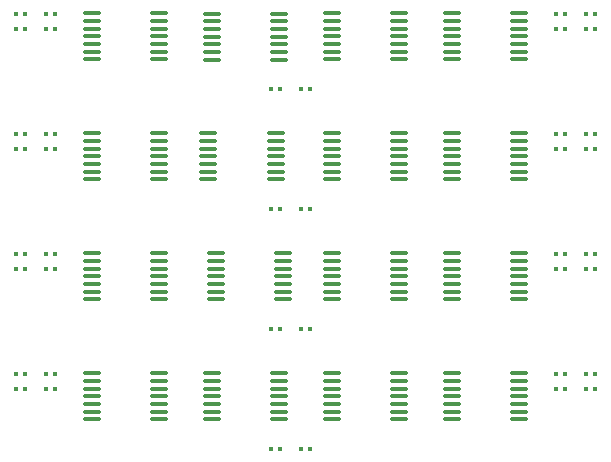
<source format=gtp>
%TF.GenerationSoftware,KiCad,Pcbnew,9.0.2*%
%TF.CreationDate,2025-05-17T19:35:46+02:00*%
%TF.ProjectId,ALU,414c552e-6b69-4636-9164-5f7063625858,rev?*%
%TF.SameCoordinates,Original*%
%TF.FileFunction,Paste,Top*%
%TF.FilePolarity,Positive*%
%FSLAX46Y46*%
G04 Gerber Fmt 4.6, Leading zero omitted, Abs format (unit mm)*
G04 Created by KiCad (PCBNEW 9.0.2) date 2025-05-17 19:35:46*
%MOMM*%
%LPD*%
G01*
G04 APERTURE LIST*
G04 Aperture macros list*
%AMRoundRect*
0 Rectangle with rounded corners*
0 $1 Rounding radius*
0 $2 $3 $4 $5 $6 $7 $8 $9 X,Y pos of 4 corners*
0 Add a 4 corners polygon primitive as box body*
4,1,4,$2,$3,$4,$5,$6,$7,$8,$9,$2,$3,0*
0 Add four circle primitives for the rounded corners*
1,1,$1+$1,$2,$3*
1,1,$1+$1,$4,$5*
1,1,$1+$1,$6,$7*
1,1,$1+$1,$8,$9*
0 Add four rect primitives between the rounded corners*
20,1,$1+$1,$2,$3,$4,$5,0*
20,1,$1+$1,$4,$5,$6,$7,0*
20,1,$1+$1,$6,$7,$8,$9,0*
20,1,$1+$1,$8,$9,$2,$3,0*%
G04 Aperture macros list end*
%ADD10RoundRect,0.079500X0.079500X0.100500X-0.079500X0.100500X-0.079500X-0.100500X0.079500X-0.100500X0*%
%ADD11RoundRect,0.100000X-0.637500X-0.100000X0.637500X-0.100000X0.637500X0.100000X-0.637500X0.100000X0*%
%ADD12RoundRect,0.079500X-0.079500X-0.100500X0.079500X-0.100500X0.079500X0.100500X-0.079500X0.100500X0*%
G04 APERTURE END LIST*
D10*
%TO.C,DS1*%
X138775000Y-60325000D03*
X138085000Y-60325000D03*
%TD*%
%TO.C,S2*%
X138775000Y-70485000D03*
X138085000Y-70485000D03*
%TD*%
D11*
%TO.C,U22*%
X109220000Y-69170000D03*
X109220000Y-69820000D03*
X109220000Y-70470000D03*
X109220000Y-71120000D03*
X109220000Y-71770000D03*
X109220000Y-72420000D03*
X109220000Y-73070000D03*
X114945000Y-73070000D03*
X114945000Y-72420000D03*
X114945000Y-71770000D03*
X114945000Y-71120000D03*
X114945000Y-70470000D03*
X114945000Y-69820000D03*
X114945000Y-69170000D03*
%TD*%
D12*
%TO.C,DC3*%
X116495000Y-85725000D03*
X117185000Y-85725000D03*
%TD*%
%TO.C,DB1*%
X94905000Y-60325000D03*
X95595000Y-60325000D03*
%TD*%
D10*
%TO.C,RC2*%
X114645000Y-75565000D03*
X113955000Y-75565000D03*
%TD*%
D12*
%TO.C,DC2*%
X116495000Y-75565000D03*
X117185000Y-75565000D03*
%TD*%
D11*
%TO.C,U34*%
X129217500Y-79330000D03*
X129217500Y-79980000D03*
X129217500Y-80630000D03*
X129217500Y-81280000D03*
X129217500Y-81930000D03*
X129217500Y-82580000D03*
X129217500Y-83230000D03*
X134942500Y-83230000D03*
X134942500Y-82580000D03*
X134942500Y-81930000D03*
X134942500Y-81280000D03*
X134942500Y-80630000D03*
X134942500Y-79980000D03*
X134942500Y-79330000D03*
%TD*%
%TO.C,U23*%
X119057500Y-69170000D03*
X119057500Y-69820000D03*
X119057500Y-70470000D03*
X119057500Y-71120000D03*
X119057500Y-71770000D03*
X119057500Y-72420000D03*
X119057500Y-73070000D03*
X124782500Y-73070000D03*
X124782500Y-72420000D03*
X124782500Y-71770000D03*
X124782500Y-71120000D03*
X124782500Y-70470000D03*
X124782500Y-69820000D03*
X124782500Y-69170000D03*
%TD*%
%TO.C,U12*%
X108585000Y-59010000D03*
X108585000Y-59660000D03*
X108585000Y-60310000D03*
X108585000Y-60960000D03*
X108585000Y-61610000D03*
X108585000Y-62260000D03*
X108585000Y-62910000D03*
X114310000Y-62910000D03*
X114310000Y-62260000D03*
X114310000Y-61610000D03*
X114310000Y-60960000D03*
X114310000Y-60310000D03*
X114310000Y-59660000D03*
X114310000Y-59010000D03*
%TD*%
D12*
%TO.C,DB3*%
X94905000Y-80645000D03*
X95595000Y-80645000D03*
%TD*%
D10*
%TO.C,RC1*%
X114645000Y-65405000D03*
X113955000Y-65405000D03*
%TD*%
D11*
%TO.C,U31*%
X98737500Y-79330000D03*
X98737500Y-79980000D03*
X98737500Y-80630000D03*
X98737500Y-81280000D03*
X98737500Y-81930000D03*
X98737500Y-82580000D03*
X98737500Y-83230000D03*
X104462500Y-83230000D03*
X104462500Y-82580000D03*
X104462500Y-81930000D03*
X104462500Y-81280000D03*
X104462500Y-80630000D03*
X104462500Y-79980000D03*
X104462500Y-79330000D03*
%TD*%
D12*
%TO.C,RS1*%
X140625000Y-60325000D03*
X141315000Y-60325000D03*
%TD*%
D10*
%TO.C,RA3*%
X93055000Y-79375000D03*
X92365000Y-79375000D03*
%TD*%
D12*
%TO.C,DA0*%
X94905000Y-48895000D03*
X95595000Y-48895000D03*
%TD*%
D11*
%TO.C,U11*%
X98737500Y-59010000D03*
X98737500Y-59660000D03*
X98737500Y-60310000D03*
X98737500Y-60960000D03*
X98737500Y-61610000D03*
X98737500Y-62260000D03*
X98737500Y-62910000D03*
X104462500Y-62910000D03*
X104462500Y-62260000D03*
X104462500Y-61610000D03*
X104462500Y-60960000D03*
X104462500Y-60310000D03*
X104462500Y-59660000D03*
X104462500Y-59010000D03*
%TD*%
D12*
%TO.C,RR0*%
X140625000Y-48895000D03*
X141315000Y-48895000D03*
%TD*%
%TO.C,DA3*%
X94905000Y-79375000D03*
X95595000Y-79375000D03*
%TD*%
D10*
%TO.C,RA1*%
X93055000Y-59055000D03*
X92365000Y-59055000D03*
%TD*%
%TO.C,S0*%
X138775000Y-50165000D03*
X138085000Y-50165000D03*
%TD*%
%TO.C,DR2*%
X138775000Y-69215000D03*
X138085000Y-69215000D03*
%TD*%
D12*
%TO.C,RR2*%
X140625000Y-69215000D03*
X141315000Y-69215000D03*
%TD*%
D10*
%TO.C,RC0*%
X114645000Y-55245000D03*
X113955000Y-55245000D03*
%TD*%
%TO.C,RA2*%
X93055000Y-69215000D03*
X92365000Y-69215000D03*
%TD*%
D11*
%TO.C,U32*%
X108897500Y-79330000D03*
X108897500Y-79980000D03*
X108897500Y-80630000D03*
X108897500Y-81280000D03*
X108897500Y-81930000D03*
X108897500Y-82580000D03*
X108897500Y-83230000D03*
X114622500Y-83230000D03*
X114622500Y-82580000D03*
X114622500Y-81930000D03*
X114622500Y-81280000D03*
X114622500Y-80630000D03*
X114622500Y-79980000D03*
X114622500Y-79330000D03*
%TD*%
%TO.C,U01*%
X98737500Y-48850000D03*
X98737500Y-49500000D03*
X98737500Y-50150000D03*
X98737500Y-50800000D03*
X98737500Y-51450000D03*
X98737500Y-52100000D03*
X98737500Y-52750000D03*
X104462500Y-52750000D03*
X104462500Y-52100000D03*
X104462500Y-51450000D03*
X104462500Y-50800000D03*
X104462500Y-50150000D03*
X104462500Y-49500000D03*
X104462500Y-48850000D03*
%TD*%
D12*
%TO.C,DC0*%
X116495000Y-55245000D03*
X117185000Y-55245000D03*
%TD*%
%TO.C,DA2*%
X94905000Y-69215000D03*
X95595000Y-69215000D03*
%TD*%
D11*
%TO.C,U24*%
X129217500Y-69170000D03*
X129217500Y-69820000D03*
X129217500Y-70470000D03*
X129217500Y-71120000D03*
X129217500Y-71770000D03*
X129217500Y-72420000D03*
X129217500Y-73070000D03*
X134942500Y-73070000D03*
X134942500Y-72420000D03*
X134942500Y-71770000D03*
X134942500Y-71120000D03*
X134942500Y-70470000D03*
X134942500Y-69820000D03*
X134942500Y-69170000D03*
%TD*%
%TO.C,U04*%
X129217500Y-48850000D03*
X129217500Y-49500000D03*
X129217500Y-50150000D03*
X129217500Y-50800000D03*
X129217500Y-51450000D03*
X129217500Y-52100000D03*
X129217500Y-52750000D03*
X134942500Y-52750000D03*
X134942500Y-52100000D03*
X134942500Y-51450000D03*
X134942500Y-50800000D03*
X134942500Y-50150000D03*
X134942500Y-49500000D03*
X134942500Y-48850000D03*
%TD*%
%TO.C,U21*%
X98737500Y-69170000D03*
X98737500Y-69820000D03*
X98737500Y-70470000D03*
X98737500Y-71120000D03*
X98737500Y-71770000D03*
X98737500Y-72420000D03*
X98737500Y-73070000D03*
X104462500Y-73070000D03*
X104462500Y-72420000D03*
X104462500Y-71770000D03*
X104462500Y-71120000D03*
X104462500Y-70470000D03*
X104462500Y-69820000D03*
X104462500Y-69170000D03*
%TD*%
D12*
%TO.C,RR3*%
X140625000Y-79375000D03*
X141315000Y-79375000D03*
%TD*%
%TO.C,DA1*%
X94905000Y-59055000D03*
X95595000Y-59055000D03*
%TD*%
D10*
%TO.C,RB0*%
X93055000Y-50165000D03*
X92365000Y-50165000D03*
%TD*%
%TO.C,RC3*%
X114645000Y-85725000D03*
X113955000Y-85725000D03*
%TD*%
%TO.C,DR1*%
X138775000Y-59055000D03*
X138085000Y-59055000D03*
%TD*%
%TO.C,RB1*%
X93055000Y-60325000D03*
X92365000Y-60325000D03*
%TD*%
D11*
%TO.C,U13*%
X119057500Y-59010000D03*
X119057500Y-59660000D03*
X119057500Y-60310000D03*
X119057500Y-60960000D03*
X119057500Y-61610000D03*
X119057500Y-62260000D03*
X119057500Y-62910000D03*
X124782500Y-62910000D03*
X124782500Y-62260000D03*
X124782500Y-61610000D03*
X124782500Y-60960000D03*
X124782500Y-60310000D03*
X124782500Y-59660000D03*
X124782500Y-59010000D03*
%TD*%
%TO.C,U03*%
X119057500Y-48850000D03*
X119057500Y-49500000D03*
X119057500Y-50150000D03*
X119057500Y-50800000D03*
X119057500Y-51450000D03*
X119057500Y-52100000D03*
X119057500Y-52750000D03*
X124782500Y-52750000D03*
X124782500Y-52100000D03*
X124782500Y-51450000D03*
X124782500Y-50800000D03*
X124782500Y-50150000D03*
X124782500Y-49500000D03*
X124782500Y-48850000D03*
%TD*%
D10*
%TO.C,DR0*%
X138775000Y-48895000D03*
X138085000Y-48895000D03*
%TD*%
%TO.C,DR3*%
X138775000Y-79375000D03*
X138085000Y-79375000D03*
%TD*%
D12*
%TO.C,DB0*%
X94905000Y-50165000D03*
X95595000Y-50165000D03*
%TD*%
D11*
%TO.C,U02*%
X108897500Y-48880000D03*
X108897500Y-49530000D03*
X108897500Y-50180000D03*
X108897500Y-50830000D03*
X108897500Y-51480000D03*
X108897500Y-52130000D03*
X108897500Y-52780000D03*
X114622500Y-52780000D03*
X114622500Y-52130000D03*
X114622500Y-51480000D03*
X114622500Y-50830000D03*
X114622500Y-50180000D03*
X114622500Y-49530000D03*
X114622500Y-48880000D03*
%TD*%
D12*
%TO.C,DC1*%
X116495000Y-65405000D03*
X117185000Y-65405000D03*
%TD*%
%TO.C,DB2*%
X94905000Y-70485000D03*
X95595000Y-70485000D03*
%TD*%
D11*
%TO.C,U14*%
X129217500Y-59010000D03*
X129217500Y-59660000D03*
X129217500Y-60310000D03*
X129217500Y-60960000D03*
X129217500Y-61610000D03*
X129217500Y-62260000D03*
X129217500Y-62910000D03*
X134942500Y-62910000D03*
X134942500Y-62260000D03*
X134942500Y-61610000D03*
X134942500Y-60960000D03*
X134942500Y-60310000D03*
X134942500Y-59660000D03*
X134942500Y-59010000D03*
%TD*%
D12*
%TO.C,RS3*%
X140625000Y-80645000D03*
X141315000Y-80645000D03*
%TD*%
D11*
%TO.C,U33*%
X119057500Y-79330000D03*
X119057500Y-79980000D03*
X119057500Y-80630000D03*
X119057500Y-81280000D03*
X119057500Y-81930000D03*
X119057500Y-82580000D03*
X119057500Y-83230000D03*
X124782500Y-83230000D03*
X124782500Y-82580000D03*
X124782500Y-81930000D03*
X124782500Y-81280000D03*
X124782500Y-80630000D03*
X124782500Y-79980000D03*
X124782500Y-79330000D03*
%TD*%
D12*
%TO.C,RR1*%
X140625000Y-59055000D03*
X141315000Y-59055000D03*
%TD*%
%TO.C,RS2*%
X140625000Y-70485000D03*
X141315000Y-70485000D03*
%TD*%
D10*
%TO.C,RA0*%
X93055000Y-48895000D03*
X92365000Y-48895000D03*
%TD*%
D12*
%TO.C,RS0*%
X140625000Y-50165000D03*
X141315000Y-50165000D03*
%TD*%
D10*
%TO.C,S3*%
X138775000Y-80645000D03*
X138085000Y-80645000D03*
%TD*%
%TO.C,RB2*%
X93055000Y-70485000D03*
X92365000Y-70485000D03*
%TD*%
%TO.C,RB3*%
X93055000Y-80645000D03*
X92365000Y-80645000D03*
%TD*%
M02*

</source>
